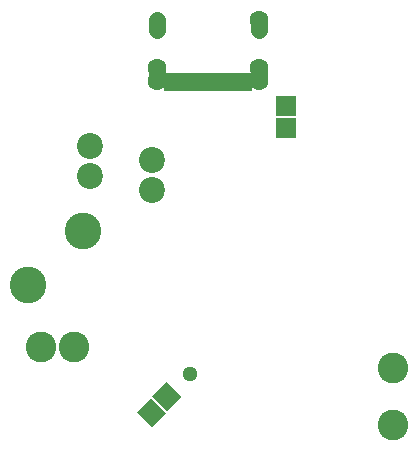
<source format=gbs>
G04 Created by GerbView*
%FSLAX26Y26*%
%MOIN*%
G75*
%ADD10C,0.0010*%
%ADD11C,0.0511*%
%ADD12C,0.1023*%
%ADD13C,0.1220*%
%ADD14C,0.0866*%
%ADD15R,0.0275X0.0610*%
%ADD16R,0.0393X0.0610*%
%ADD17C,0.0629*%
%ADD18C,0.0551*%
%ADD19R,0.0708X0.0669*%
%LNEXPORT*%
D02*
D10*
D11*
X703125Y-01237503D03*
D10*
G36*
X524736Y-01362559D02*
X572062Y-01315232D01*
X622173Y-01365338D01*
X574846Y-01412665D01*
X524736Y-01362559D01*
G37*
G36*
X577629Y-01309661D02*
X624956Y-01262338D01*
X675066Y-01312448D01*
X627740Y-01359771D01*
X577629Y-01309661D01*
G37*
D12*
X1378271Y-01406031D03*
D10*
D12*
X1378271Y-01215480D03*
D10*
D13*
X344822Y-00759291D03*
D10*
D13*
X163625Y-00940484D03*
D10*
D12*
X206251Y-01146877D03*
D10*
D12*
X316488Y-01146877D03*
D10*
D14*
X370681Y-00577019D03*
D10*
D14*
X370681Y-00476405D03*
D10*
D14*
X576728Y-00523196D03*
D10*
D14*
X576728Y-00623811D03*
D10*
D15*
X830350Y-00262503D03*
D10*
D15*
X810665Y-00262503D03*
D10*
D15*
X790980Y-00262503D03*
D10*
D15*
X771295Y-00262503D03*
D10*
D15*
X751610Y-00262503D03*
D10*
D15*
X731925Y-00262503D03*
D10*
D15*
X712240Y-00262503D03*
D10*
D15*
X692555Y-00262503D03*
D10*
D16*
X888161Y-00262503D03*
D10*
D16*
X856665Y-00262503D03*
D10*
D16*
X666287Y-00262503D03*
D10*
D16*
X634791Y-00262503D03*
D10*
D17*
X931913Y-00057814D03*
D10*
D17*
X931913Y-00217192D03*
D10*
D17*
X931913Y-00260940D03*
D10*
D18*
X931913Y-00057814D02*
Y-00090629D01*
Y-00217192D02*
Y-00260940D01*
D17*
X591287Y-00217192D03*
D18*
D17*
X591287Y-00260940D03*
D18*
X591287Y-00217192D02*
Y-00260940D01*
Y-00057814D02*
Y-00090629D01*
D19*
X1024196Y-00417090D03*
D18*
D19*
X1024196Y-00342287D03*
D18*
D02*
M02*

</source>
